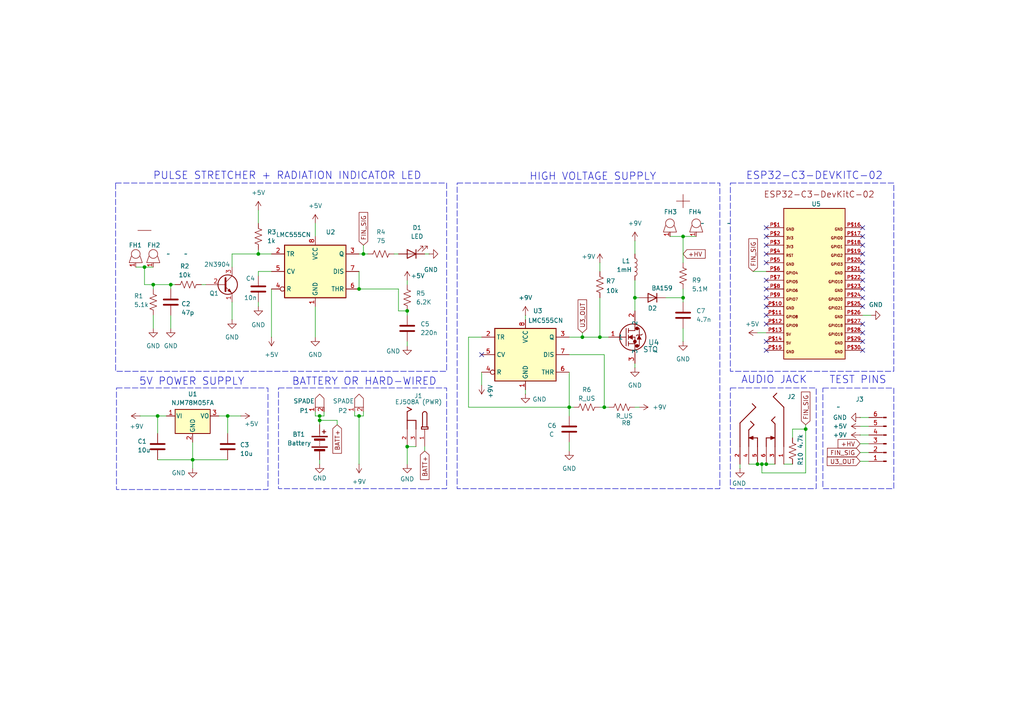
<source format=kicad_sch>
(kicad_sch (version 20231120) (generator "eeschema") (generator_version "8.0")
  (paper "A4")
  (title_block (title "REV-11") (company "Designed By Rhett Applestone") (comment 1 "Project of MIT-NSE"))
  (lib_symbols
    (symbol "0197084013:0197084013"
      (property "Reference" "P" (at 0 0 0))
      (property "Value" "SPADE" (at 0 -4.064 0))
      (symbol "0197084013_0_1"
        (polyline (pts (xy 1.27 -10.16) (xy 1.27 -10.16)))
        (polyline (pts (xy -1.27 -1.27) (xy -1.27 1.27) (xy 0 2.54) (xy 1.27 1.27) (xy 1.27 -1.27) (xy -1.27 -1.27)))
      )
      (symbol "0197084013_1_1"
        (pin unspecified line (at -1.27 -2.54 90) (length 1.27) (name "") (number "1"))
        (pin unspecified line (at 1.27 -2.54 90) (length 1.27) (name "") (number "2"))
      )
    )
    (symbol "54-00298:54-00298" (pin_names (offset 1.016))
      (property "Reference" "J" (at -15.24 8.382 0))
      (property "Value" "54-00298" (at -15.24 -7.62 0))
      (symbol "54-00298_0_0"
        (polyline (pts (xy -15.494 5.588) (xy -14.478 4.572)) (stroke (width 0.254)))
        (polyline (pts (xy -14.478 4.572) (xy -11.43 7.62)) (stroke (width 0.254)))
        (polyline (pts (xy -12.446 -1.524) (xy -11.43 -0.508)) (stroke (width 0.254)))
        (polyline (pts (xy -11.43 -0.508) (xy -6.858 -5.08)) (stroke (width 0.254)))
        (polyline (pts (xy -11.43 7.62) (xy 0 7.62)) (stroke (width 0.254)))
        (polyline (pts (xy -8.636 5.08) (xy -7.62 4.064)) (stroke (width 0.254)))
        (polyline (pts (xy -7.62 4.064) (xy -6.604 5.08)) (stroke (width 0.254)))
        (polyline (pts (xy -7.366 -2.032) (xy -6.35 -1.016)) (stroke (width 0.254)))
        (polyline (pts (xy -6.858 -5.08) (xy 0 -5.08)) (stroke (width 0.254)))
        (polyline (pts (xy -6.604 5.08) (xy -2.54 5.08)) (stroke (width 0.254)))
        (polyline (pts (xy -6.35 -1.016) (xy -4.826 -2.54)) (stroke (width 0.254)))
        (polyline (pts (xy -4.826 -2.54) (xy 0 -2.54)) (stroke (width 0.254)))
        (polyline (pts (xy -2.54 0) (xy -2.54 -2.54)) (stroke (width 0.254)))
        (polyline (pts (xy -2.54 0) (xy 0 0)) (stroke (width 0.254)))
        (polyline (pts (xy -2.54 2.54) (xy -2.54 5.08)) (stroke (width 0.254)))
        (polyline (pts (xy -2.54 2.54) (xy 0 2.54)) (stroke (width 0.254)))
        (polyline (pts (xy -2.54 5.08) (xy 0 5.08)) (stroke (width 0.254)))
        (polyline (pts (xy -2.54 -2.54) (xy -3.048 -1.27) (xy -2.032 -1.27) (xy -2.54 -2.54)) (stroke (width 0.1524)) (fill (type outline)))
        (polyline (pts (xy -2.54 5.08) (xy -2.032 3.81) (xy -3.048 3.81) (xy -2.54 5.08)) (stroke (width 0.1524)) (fill (type outline)))
        (pin passive line (at 5.08 7.62 180) (length 5.08) (name "~") (number "1"))
        (pin passive line (at 5.08 -5.08 180) (length 5.08) (name "~") (number "2"))
        (pin passive line (at 5.08 5.08 180) (length 5.08) (name "~") (number "3"))
        (pin passive line (at 5.08 -2.54 180) (length 5.08) (name "~") (number "4"))
        (pin passive line (at 5.08 0 180) (length 5.08) (name "~") (number "5"))
        (pin passive line (at 5.08 2.54 180) (length 5.08) (name "~") (number "6"))
      )
    )
    (symbol "Connector:Conn_01x06_Pin" (pin_names (offset 1.016) hide)
      (property "Reference" "J" (at 0 7.62 0))
      (property "Value" "Conn_01x06_Pin" (at 0 -10.16 0))
      (symbol "Conn_01x06_Pin_1_1"
        (polyline (pts (xy 1.27 -7.62) (xy 0.8636 -7.62)) (stroke (width 0.1524)))
        (polyline (pts (xy 1.27 -5.08) (xy 0.8636 -5.08)) (stroke (width 0.1524)))
        (polyline (pts (xy 1.27 -2.54) (xy 0.8636 -2.54)) (stroke (width 0.1524)))
        (polyline (pts (xy 1.27 0) (xy 0.8636 0)) (stroke (width 0.1524)))
        (polyline (pts (xy 1.27 2.54) (xy 0.8636 2.54)) (stroke (width 0.1524)))
        (polyline (pts (xy 1.27 5.08) (xy 0.8636 5.08)) (stroke (width 0.1524)))
        (rectangle (start 0.8636 -7.493) (end 0 -7.747) (stroke (width 0.1524)) (fill (type outline)))
        (rectangle (start 0.8636 -4.953) (end 0 -5.207) (stroke (width 0.1524)) (fill (type outline)))
        (rectangle (start 0.8636 -2.413) (end 0 -2.667) (stroke (width 0.1524)) (fill (type outline)))
        (rectangle (start 0.8636 0.127) (end 0 -0.127) (stroke (width 0.1524)) (fill (type outline)))
        (rectangle (start 0.8636 2.667) (end 0 2.413) (stroke (width 0.1524)) (fill (type outline)))
        (rectangle (start 0.8636 5.207) (end 0 4.953) (stroke (width 0.1524)) (fill (type outline)))
        (pin passive line (at 5.08 5.08 180) (length 3.81) (name "Pin_1") (number "1"))
        (pin passive line (at 5.08 2.54 180) (length 3.81) (name "Pin_2") (number "2"))
        (pin passive line (at 5.08 0 180) (length 3.81) (name "Pin_3") (number "3"))
        (pin passive line (at 5.08 -2.54 180) (length 3.81) (name "Pin_4") (number "4"))
        (pin passive line (at 5.08 -5.08 180) (length 3.81) (name "Pin_5") (number "5"))
        (pin passive line (at 5.08 -7.62 180) (length 3.81) (name "Pin_6") (number "6"))
      )
    )
    (symbol "Device:Battery" (pin_numbers hide) (pin_names (offset 0) hide)
      (property "Reference" "BT" (at 2.54 2.54 0))
      (property "Value" "Battery" (at 2.54 0 0))
      (symbol "Battery_0_1"
        (rectangle (start -2.286 -1.27) (end 2.286 -1.524) (fill (type outline)))
        (rectangle (start -2.286 1.778) (end 2.286 1.524) (fill (type outline)))
        (rectangle (start -1.524 -2.032) (end 1.524 -2.54) (fill (type outline)))
        (rectangle (start -1.524 1.016) (end 1.524 0.508) (fill (type outline)))
        (polyline (pts (xy 0 -1.016) (xy 0 -0.762)))
        (polyline (pts (xy 0 -0.508) (xy 0 -0.254)))
        (polyline (pts (xy 0 0) (xy 0 0.254)))
        (polyline (pts (xy 0 1.778) (xy 0 2.54)))
        (polyline (pts (xy 0.762 3.048) (xy 1.778 3.048)) (stroke (width 0.254)))
        (polyline (pts (xy 1.27 3.556) (xy 1.27 2.54)) (stroke (width 0.254)))
      )
      (symbol "Battery_1_1"
        (pin passive line (at 0 5.08 270) (length 2.54) (name "+") (number "1"))
        (pin passive line (at 0 -5.08 90) (length 2.54) (name "-") (number "2"))
      )
    )
    (symbol "Device:C" (pin_numbers hide) (pin_names (offset 0.254))
      (property "Reference" "C" (at 0.635 2.54 0))
      (property "Value" "C" (at 0.635 -2.54 0))
      (symbol "C_0_1"
        (polyline (pts (xy -2.032 -0.762) (xy 2.032 -0.762)) (stroke (width 0.508)))
        (polyline (pts (xy -2.032 0.762) (xy 2.032 0.762)) (stroke (width 0.508)))
      )
      (symbol "C_1_1"
        (pin passive line (at 0 3.81 270) (length 2.794) (name "~") (number "1"))
        (pin passive line (at 0 -3.81 90) (length 2.794) (name "~") (number "2"))
      )
    )
    (symbol "Device:D" (pin_numbers hide) (pin_names (offset 1.016) hide)
      (property "Reference" "D" (at 0 2.54 0))
      (property "Value" "D" (at 0 -2.54 0))
      (symbol "D_0_1"
        (polyline (pts (xy -1.27 1.27) (xy -1.27 -1.27)) (stroke (width 0.254)))
        (polyline (pts (xy 1.27 0) (xy -1.27 0)))
        (polyline (pts (xy 1.27 1.27) (xy 1.27 -1.27) (xy -1.27 0) (xy 1.27 1.27)) (stroke (width 0.254)))
      )
      (symbol "D_1_1"
        (pin passive line (at -3.81 0 0) (length 2.54) (name "K") (number "1"))
        (pin passive line (at 3.81 0 180) (length 2.54) (name "A") (number "2"))
      )
    )
    (symbol "Device:L" (pin_numbers hide) (pin_names (offset 1.016) hide)
      (property "Reference" "L" (at -1.27 0 90))
      (property "Value" "L" (at 1.905 0 90))
      (symbol "L_0_1"
        (arc (start 0 -2.54) (mid 0.6323 -1.905) (end 0 -1.27))
        (arc (start 0 -1.27) (mid 0.6323 -0.635) (end 0 0))
        (arc (start 0 0) (mid 0.6323 0.635) (end 0 1.27))
        (arc (start 0 1.27) (mid 0.6323 1.905) (end 0 2.54))
      )
      (symbol "L_1_1"
        (pin passive line (at 0 3.81 270) (length 1.27) (name "1") (number "1"))
        (pin passive line (at 0 -3.81 90) (length 1.27) (name "2") (number "2"))
      )
    )
    (symbol "Device:LED" (pin_numbers hide) (pin_names (offset 1.016) hide)
      (property "Reference" "D" (at 0 2.54 0))
      (property "Value" "LED" (at 0 -2.54 0))
      (symbol "LED_0_1"
        (polyline (pts (xy -1.27 -1.27) (xy -1.27 1.27)) (stroke (width 0.254)))
        (polyline (pts (xy -1.27 0) (xy 1.27 0)))
        (polyline (pts (xy 1.27 -1.27) (xy 1.27 1.27) (xy -1.27 0) (xy 1.27 -1.27)) (stroke (width 0.254)))
        (polyline (pts (xy -3.048 -0.762) (xy -4.572 -2.286) (xy -3.81 -2.286) (xy -4.572 -2.286) (xy -4.572 -1.524)))
        (polyline (pts (xy -1.778 -0.762) (xy -3.302 -2.286) (xy -2.54 -2.286) (xy -3.302 -2.286) (xy -3.302 -1.524)))
      )
      (symbol "LED_1_1"
        (pin passive line (at -3.81 0 0) (length 2.54) (name "K") (number "1"))
        (pin passive line (at 3.81 0 180) (length 2.54) (name "A") (number "2"))
      )
    )
    (symbol "Device:R_US" (pin_numbers hide) (pin_names (offset 0))
      (property "Reference" "R" (at 2.54 0 90))
      (property "Value" "R_US" (at -2.54 0 90))
      (symbol "R_US_0_1"
        (polyline (pts (xy 0 -2.286) (xy 0 -2.54)))
        (polyline (pts (xy 0 2.286) (xy 0 2.54)))
        (polyline (pts (xy 0 -0.762) (xy 1.016 -1.143) (xy 0 -1.524) (xy -1.016 -1.905) (xy 0 -2.286)))
        (polyline (pts (xy 0 0.762) (xy 1.016 0.381) (xy 0 0) (xy -1.016 -0.381) (xy 0 -0.762)))
        (polyline (pts (xy 0 2.286) (xy 1.016 1.905) (xy 0 1.524) (xy -1.016 1.143) (xy 0 0.762)))
      )
      (symbol "R_US_1_1"
        (pin passive line (at 0 3.81 270) (length 1.27) (name "~") (number "1"))
        (pin passive line (at 0 -3.81 90) (length 1.27) (name "~") (number "2"))
      )
    )
    (symbol "EJ508A:EJ508A" (pin_names (offset 1.016))
      (property "Reference" "J" (at -5.08 5.08 0))
      (property "Value" "EJ508A" (at -5.08 -7.62 0))
      (symbol "EJ508A_0_0"
        (arc (start -5.08 2.54) (mid -4.894 2.091) (end -4.445 1.905) (stroke (width 0.254)))
        (arc (start -4.445 3.175) (mid -4.894 2.989) (end -5.08 2.54) (stroke (width 0.254)))
        (polyline (pts (xy -5.715 -1.27) (xy -6.35 -2.54)) (stroke (width 0.254)))
        (polyline (pts (xy -5.08 -2.54) (xy -5.715 -1.27)) (stroke (width 0.254)))
        (polyline (pts (xy -4.445 1.905) (xy -0.635 1.905)) (stroke (width 0.254)))
        (polyline (pts (xy -2.54 -2.54) (xy -5.08 -2.54)) (stroke (width 0.254)))
        (polyline (pts (xy -2.54 0) (xy -2.54 -2.54)) (stroke (width 0.254)))
        (polyline (pts (xy -0.635 1.5875) (xy -0.635 1.905)) (stroke (width 0.254)))
        (polyline (pts (xy -0.635 1.905) (xy -0.635 3.175)) (stroke (width 0.254)))
        (polyline (pts (xy -0.635 3.175) (xy -4.445 3.175)) (stroke (width 0.254)))
        (polyline (pts (xy -0.635 3.175) (xy -0.635 3.4925)) (stroke (width 0.254)))
        (polyline (pts (xy -0.635 3.4925) (xy 0 3.4925)) (stroke (width 0.254)))
        (polyline (pts (xy 0 -2.54) (xy -2.54 -2.54)) (stroke (width 0.254)))
        (polyline (pts (xy 0 0) (xy -2.54 0)) (stroke (width 0.254)))
        (polyline (pts (xy 0 1.5875) (xy -0.635 1.5875)) (stroke (width 0.254)))
        (polyline (pts (xy 0 3.4925) (xy 0 1.5875)) (stroke (width 0.254)))
        (pin passive line (at 5.08 2.54 180) (length 5.08) (name "~") (number "1"))
        (pin passive line (at 5.08 -2.54 180) (length 5.08) (name "~") (number "2"))
        (pin passive line (at 5.08 0 180) (length 5.08) (name "~") (number "3"))
      )
    )
    (symbol "ESP32-C3-DEVKITC-02:ESP32-C3-DEVKITC-02HOLES" (pin_names (offset 1.016))
      (property "Reference" "U" (at 0 0 0))
      (property "Value" "ESP32-C3-DEVKITC-02HOLES" (at 0 0 0))
      (symbol "ESP32-C3-DEVKITC-02HOLES_0_0"
        (rectangle (start -5.08 33.5311) (end 12.7 -10.16) (stroke (width 0.254)) (fill (type background)))
        (text " 3V3" (at -5.08 22.86 0) (effects (font (size 0.762 0.762)) (justify left top)))
        (text " 3V3" (at -5.08 25.4 0) (effects (font (size 0.762 0.762)) (justify left top)))
        (text " 5V" (at -5.08 -5.08 0) (effects (font (size 0.762 0.762)) (justify left top)))
        (text " 5V" (at -5.08 -2.54 0) (effects (font (size 0.762 0.762)) (justify left top)))
        (text " GND" (at -5.08 -7.62 0) (effects (font (size 0.762 0.762)) (justify left top)))
        (text " GND" (at -5.08 5.08 0) (effects (font (size 0.762 0.762)) (justify left top)))
        (text " GND" (at -5.08 17.78 0) (effects (font (size 0.762 0.762)) (justify left top)))
        (text " GND" (at -5.08 27.94 0) (effects (font (size 0.762 0.762)) (justify left top)))
        (text " GPIO4" (at -5.08 15.24 0) (effects (font (size 0.762 0.762)) (justify left top)))
        (text " GPIO5" (at -5.08 12.7 0) (effects (font (size 0.762 0.762)) (justify left top)))
        (text " GPIO6" (at -5.08 10.16 0) (effects (font (size 0.762 0.762)) (justify left top)))
        (text " GPIO7" (at -5.08 7.62 0) (effects (font (size 0.762 0.762)) (justify left top)))
        (text " GPIO8" (at -5.08 2.54 0) (effects (font (size 0.762 0.762)) (justify left top)))
        (text " GPIO9" (at -5.08 0 0) (effects (font (size 0.762 0.762)) (justify left top)))
        (text " RST" (at -5.08 20.32 0) (effects (font (size 0.762 0.762)) (justify left top)))
        (text "ESP32-C3-DevKitC-02" (at -10.922 36.576 0) (effects (font (size 1.778 1.778)) (justify left bottom)))
        (text "GND " (at 12.7 -7.62 0) (effects (font (size 0.762 0.762)) (justify right top)))
        (text "GND " (at 12.7 -5.08 0) (effects (font (size 0.762 0.762)) (justify right top)))
        (text "GND " (at 12.7 2.54 0) (effects (font (size 0.762 0.762)) (justify right top)))
        (text "GND " (at 12.7 10.16 0) (effects (font (size 0.762 0.762)) (justify right top)))
        (text "GND " (at 12.7 15.24 0) (effects (font (size 0.762 0.762)) (justify right top)))
        (text "GND " (at 12.7 27.94 0) (effects (font (size 0.762 0.762)) (justify right top)))
        (text "GPIO0 " (at 12.7 25.4 0) (effects (font (size 0.762 0.762)) (justify right top)))
        (text "GPIO1 " (at 12.7 22.86 0) (effects (font (size 0.762 0.762)) (justify right top)))
        (text "GPIO10 " (at 12.7 12.7 0) (effects (font (size 0.762 0.762)) (justify right top)))
        (text "GPIO18 " (at 12.7 0 0) (effects (font (size 0.762 0.762)) (justify right top)))
        (text "GPIO19 " (at 12.7 -2.54 0) (effects (font (size 0.762 0.762)) (justify right top)))
        (text "GPIO2 " (at 12.7 20.32 0) (effects (font (size 0.762 0.762)) (justify right top)))
        (text "GPIO20 " (at 12.7 7.62 0) (effects (font (size 0.762 0.762)) (justify right top)))
        (text "GPIO21 " (at 12.7 5.08 0) (effects (font (size 0.762 0.762)) (justify right top)))
        (text "GPIO3 " (at 12.7 17.78 0) (effects (font (size 0.762 0.762)) (justify right top)))
        (pin bidirectional line (at -10.16 27.94 0) (length 5.08) (name "~") (number "P$1"))
        (pin bidirectional line (at -10.16 5.08 0) (length 5.08) (name "~") (number "P$10"))
        (pin bidirectional line (at -10.16 2.54 0) (length 5.08) (name "~") (number "P$11"))
        (pin bidirectional line (at -10.16 0 0) (length 5.08) (name "~") (number "P$12"))
        (pin bidirectional line (at -10.16 -2.54 0) (length 5.08) (name "~") (number "P$13"))
        (pin bidirectional line (at -10.16 -5.08 0) (length 5.08) (name "~") (number "P$14"))
        (pin bidirectional line (at -10.16 -7.62 0) (length 5.08) (name "~") (number "P$15"))
        (pin bidirectional line (at 17.78 27.94 180) (length 5.08) (name "~") (number "P$16"))
        (pin bidirectional line (at 17.78 25.4 180) (length 5.08) (name "~") (number "P$17"))
        (pin bidirectional line (at 17.78 22.86 180) (length 5.08) (name "~") (number "P$18"))
        (pin bidirectional line (at 17.78 20.32 180) (length 5.08) (name "~") (number "P$19"))
        (pin bidirectional line (at -10.16 25.4 0) (length 5.08) (name "~") (number "P$2"))
        (pin bidirectional line (at 17.78 17.78 180) (length 5.08) (name "~") (number "P$20"))
        (pin bidirectional line (at 17.78 15.24 180) (length 5.08) (name "~") (number "P$21"))
        (pin bidirectional line (at 17.78 12.7 180) (length 5.08) (name "~") (number "P$22"))
        (pin bidirectional line (at 17.78 10.16 180) (length 5.08) (name "~") (number "P$23"))
        (pin bidirectional line (at 17.78 7.62 180) (length 5.08) (name "~") (number "P$24"))
        (pin bidirectional line (at 17.78 5.08 180) (length 5.08) (name "~") (number "P$25"))
        (pin bidirectional line (at 17.78 2.54 180) (length 5.08) (name "~") (number "P$26"))
        (pin bidirectional line (at 17.78 0 180) (length 5.08) (name "~") (number "P$27"))
        (pin bidirectional line (at 17.78 -2.54 180) (length 5.08) (name "~") (number "P$28"))
        (pin bidirectional line (at 17.78 -5.08 180) (length 5.08) (name "~") (number "P$29"))
        (pin bidirectional line (at -10.16 22.86 0) (length 5.08) (name "~") (number "P$3"))
        (pin bidirectional line (at 17.78 -7.62 180) (length 5.08) (name "~") (number "P$30"))
        (pin bidirectional line (at -10.16 20.32 0) (length 5.08) (name "~") (number "P$4"))
        (pin bidirectional line (at -10.16 17.78 0) (length 5.08) (name "~") (number "P$5"))
        (pin bidirectional line (at -10.16 15.24 0) (length 5.08) (name "~") (number "P$6"))
        (pin bidirectional line (at -10.16 12.7 0) (length 5.08) (name "~") (number "P$7"))
        (pin bidirectional line (at -10.16 10.16 0) (length 5.08) (name "~") (number "P$8"))
        (pin bidirectional line (at -10.16 7.62 0) (length 5.08) (name "~") (number "P$9"))
      )
    )
    (symbol "REV9-KI:36-3530-ND"
      (property "Reference" "FH" (at 0 0 0))
      (symbol "36-3530-ND_0_1"
        (polyline (pts (xy -1.27 -3.175) (xy -1.905 -5.08) (xy 1.905 -5.08) (xy 1.27 -3.175)))
      )
      (symbol "36-3530-ND_1_1"
        (circle (center 0 -2.54) (radius 1.27))
        (pin unspecified line (at 0 -6.35 90) (length 1.27) (name "") (number "1"))
      )
    )
    (symbol "Regulator_Linear:LM78M05_TO220" (pin_names (offset 0.254))
      (property "Reference" "U" (at -3.81 3.175 0))
      (property "Value" "LM78M05_TO220" (at 0 3.175 0))
      (symbol "LM78M05_TO220_0_1"
        (rectangle (start -5.08 1.905) (end 5.08 -5.08) (stroke (width 0.254)) (fill (type background)))
      )
      (symbol "LM78M05_TO220_1_1"
        (pin power_in line (at -7.62 0 0) (length 2.54) (name "VI") (number "1"))
        (pin power_in line (at 0 -7.62 90) (length 2.54) (name "GND") (number "2"))
        (pin power_out line (at 7.62 0 180) (length 2.54) (name "VO") (number "3"))
      )
    )
    (symbol "STQ1HNK60R_AP:STQ1HNK60R-AP" (pin_names (offset 0.254))
      (property "Reference" "U" (at 11.43 1.905 0))
      (property "Value" "STQ1HNK60R-AP" (at 11.43 -2.54 0))
      (symbol "STQ1HNK60R-AP_1_1"
        (polyline (pts (xy 2.54 0) (xy 5.08 0)) (stroke (width 0.2032)))
        (polyline (pts (xy 5.08 -2.54) (xy 5.08 2.54)) (stroke (width 0.2032)))
        (polyline (pts (xy 5.715 -2.54) (xy 5.715 -1.27)) (stroke (width 0.2032)))
        (polyline (pts (xy 5.715 -1.905) (xy 7.62 -1.905)) (stroke (width 0.2032)))
        (polyline (pts (xy 5.715 -0.635) (xy 5.715 0.635)) (stroke (width 0.2032)))
        (polyline (pts (xy 5.715 1.27) (xy 5.715 2.54)) (stroke (width 0.2032)))
        (polyline (pts (xy 5.715 1.905) (xy 7.62 1.905)) (stroke (width 0.2032)))
        (polyline (pts (xy 6.985 0) (xy 7.62 0)) (stroke (width 0.2032)))
        (polyline (pts (xy 7.62 -5.08) (xy 7.62 0)) (stroke (width 0.2032)))
        (polyline (pts (xy 7.62 -2.54) (xy 8.89 -2.54)) (stroke (width 0.2032)))
        (polyline (pts (xy 7.62 1.905) (xy 7.62 5.08)) (stroke (width 0.2032)))
        (polyline (pts (xy 7.62 2.54) (xy 8.89 2.54)) (stroke (width 0.2032)))
        (polyline (pts (xy 8.255 0.635) (xy 8.001 0.381)) (stroke (width 0.2032)))
        (polyline (pts (xy 8.89 -2.54) (xy 8.89 -0.635)) (stroke (width 0.2032)))
        (polyline (pts (xy 8.89 0.635) (xy 8.89 2.54)) (stroke (width 0.2032)))
        (polyline (pts (xy 9.525 0.635) (xy 8.255 0.635)) (stroke (width 0.2032)))
        (polyline (pts (xy 9.779 0.889) (xy 9.525 0.635)) (stroke (width 0.2032)))
        (polyline (pts (xy 6.985 0.635) (xy 5.715 0) (xy 6.985 -0.635)) (fill (type outline)))
        (polyline (pts (xy 9.525 -0.635) (xy 8.255 -0.635) (xy 8.89 0.635)) (fill (type outline)))
        (circle (center 6.985 0) (radius 3.81) (stroke (width 0.254)))
        (circle (center 7.62 -1.27) (radius 0.0254) (stroke (width 0.508)))
        (circle (center 8.255 -2.54) (radius 0.0254) (stroke (width 0.508)))
        (circle (center 8.255 2.54) (radius 0.0254) (stroke (width 0.508)))
        (pin unspecified line (at 0 0 0) (length 2.54) (name "1") (number "1"))
        (pin unspecified line (at 7.62 7.62 270) (length 2.54) (name "2") (number "2"))
        (pin unspecified line (at 7.62 -7.62 90) (length 2.54) (name "3") (number "3"))
      )
    )
    (symbol "Timer:LMC555xN"
      (property "Reference" "U" (at -10.16 8.89 0))
      (property "Value" "LMC555xN" (at 2.54 8.89 0))
      (symbol "LMC555xN_0_0"
        (pin power_in line (at 0 -10.16 90) (length 2.54) (name "GND") (number "1"))
        (pin power_in line (at 0 10.16 270) (length 2.54) (name "VCC") (number "8"))
      )
      (symbol "LMC555xN_0_1"
        (rectangle (start -8.89 -7.62) (end 8.89 7.62) (stroke (width 0.254)) (fill (type background)))
        (rectangle (start -8.89 -7.62) (end 8.89 7.62) (stroke (width 0.254)) (fill (type background)))
      )
      (symbol "LMC555xN_1_1"
        (pin input line (at -12.7 5.08 0) (length 3.81) (name "TR") (number "2"))
        (pin output line (at 12.7 5.08 180) (length 3.81) (name "Q") (number "3"))
        (pin input inverted (at -12.7 -5.08 0) (length 3.81) (name "R") (number "4"))
        (pin input line (at -12.7 0 0) (length 3.81) (name "CV") (number "5"))
        (pin input line (at 12.7 -5.08 180) (length 3.81) (name "THR") (number "6"))
        (pin input line (at 12.7 0 180) (length 3.81) (name "DIS") (number "7"))
      )
    )
    (symbol "Transistor_BJT:2N3904" (pin_names (offset 0) hide)
      (property "Reference" "Q" (at 5.08 1.905 0))
      (property "Value" "2N3904" (at 5.08 0 0))
      (symbol "2N3904_0_1"
        (polyline (pts (xy 0.635 0.635) (xy 2.54 2.54)))
        (polyline (pts (xy 0.635 -0.635) (xy 2.54 -2.54) (xy 2.54 -2.54)))
        (polyline (pts (xy 0.635 1.905) (xy 0.635 -1.905) (xy 0.635 -1.905)) (stroke (width 0.508)))
        (polyline (pts (xy 1.27 -1.778) (xy 1.778 -1.27) (xy 2.286 -2.286) (xy 1.27 -1.778) (xy 1.27 -1.778)) (fill (type outline)))
        (circle (center 1.27 0) (radius 2.8194) (stroke (width 0.254)))
      )
      (symbol "2N3904_1_1"
        (pin passive line (at 2.54 -5.08 90) (length 2.54) (name "E") (number "1"))
        (pin passive line (at -5.08 0 0) (length 5.715) (name "B") (number "2"))
        (pin passive line (at 2.54 5.08 270) (length 2.54) (name "C") (number "3"))
      )
    )
    (symbol "power:+5V" (power) (pin_numbers hide) (pin_names (offset 0) hide)
      (property "Value" "+5V" (at 0 3.556 0))
      (symbol "+5V_0_1"
        (polyline (pts (xy -0.762 1.27) (xy 0 2.54)))
        (polyline (pts (xy 0 0) (xy 0 2.54)))
        (polyline (pts (xy 0 2.54) (xy 0.762 1.27)))
      )
      (symbol "+5V_1_1"
        (pin power_in line (at 0 0 90) (length 0) (name "~") (number "1"))
      )
    )
    (symbol "power:+9V" (power) (pin_numbers hide) (pin_names (offset 0) hide)
      (property "Value" "+9V" (at 0 3.556 0))
      (symbol "+9V_0_1"
        (polyline (pts (xy -0.762 1.27) (xy 0 2.54)))
        (polyline (pts (xy 0 0) (xy 0 2.54)))
        (polyline (pts (xy 0 2.54) (xy 0.762 1.27)))
      )
      (symbol "+9V_1_1"
        (pin power_in line (at 0 0 90) (length 0) (name "~") (number "1"))
      )
    )
    (symbol "power:GND" (power) (pin_numbers hide) (pin_names (offset 0) hide)
      (property "Value" "GND" (at 0 -3.81 0))
      (symbol "GND_0_1"
        (polyline (pts (xy 0 0) (xy 0 -1.27) (xy 1.27 -1.27) (xy 0 -2.54) (xy -1.27 -1.27) (xy 0 -1.27)))
      )
      (symbol "GND_1_1"
        (pin power_in line (at 0 0 270) (length 0) (name "~") (number "1"))
      )
    )
  )
  (junction (at 184.15 86.36))
  (junction (at 49.53 82.55))
  (junction (at 104.14 120.65))
  (junction (at 104.14 83.82))
  (junction (at 45.72 120.65))
  (junction (at 92.71 121.92))
  (junction (at 233.68 124.46))
  (junction (at 41.91 77.47))
  (junction (at 222.25 134.62))
  (junction (at 105.41 73.66))
  (junction (at 198.12 86.36))
  (junction (at 44.45 82.55))
  (junction (at 175.26 118.11))
  (junction (at 92.71 120.65))
  (junction (at 220.98 134.62))
  (junction (at 165.1 118.11))
  (junction (at 173.99 97.79))
  (junction (at 66.04 120.65))
  (junction (at 118.11 90.17))
  (junction (at 55.88 133.35))
  (junction (at 118.11 129.54))
  (junction (at 198.12 68.58))
  (junction (at 168.91 97.79))
  (junction (at 74.93 73.66))
  (junction (at 219.71 134.62))
  (no_connect (at 222.25 88.9))
  (no_connect (at 250.19 66.04))
  (no_connect (at 222.25 93.98))
  (no_connect (at 222.25 83.82))
  (no_connect (at 139.7 102.87))
  (no_connect (at 250.19 76.2))
  (no_connect (at 250.19 96.52))
  (no_connect (at 250.19 101.6))
  (no_connect (at 250.19 73.66))
  (no_connect (at 250.19 78.74))
  (no_connect (at 222.25 71.12))
  (no_connect (at 222.25 101.6))
  (no_connect (at 250.19 71.12))
  (no_connect (at 222.25 66.04))
  (no_connect (at 250.19 86.36))
  (no_connect (at 222.25 86.36))
  (no_connect (at 250.19 99.06))
  (no_connect (at 222.25 81.28))
  (no_connect (at 250.19 81.28))
  (no_connect (at 250.19 88.9))
  (no_connect (at 222.25 68.58))
  (no_connect (at 222.25 73.66))
  (no_connect (at 250.19 93.98))
  (no_connect (at 250.19 83.82))
  (no_connect (at 222.25 76.2))
  (no_connect (at 222.25 99.06))
  (no_connect (at 222.25 91.44))
  (no_connect (at 250.19 68.58))
  (wire (pts (xy 219.71 96.52) (xy 222.25 96.52)))
  (wire (pts (xy 102.87 120.65) (xy 102.87 119.38)))
  (wire (pts (xy 67.31 87.63) (xy 67.31 92.71)))
  (wire (pts (xy 249.477 121.0935) (xy 252.017 121.0935)))
  (wire (pts (xy 194.31 68.58) (xy 198.12 68.58)))
  (wire (pts (xy 249.477 123.6335) (xy 252.017 123.6335)))
  (wire (pts (xy 173.99 76.2) (xy 173.99 78.74)))
  (wire (pts (xy 39.37 77.47) (xy 41.91 77.47)))
  (wire (pts (xy 249.477 131.2535) (xy 252.017 131.2535)))
  (wire (pts (xy 233.68 123.19) (xy 233.68 124.46)))
  (wire (pts (xy 104.14 73.66) (xy 105.41 73.66)))
  (wire (pts (xy 58.42 82.55) (xy 59.69 82.55)))
  (wire (pts (xy 135.89 118.11) (xy 165.1 118.11)))
  (wire (pts (xy 139.7 97.79) (xy 135.89 97.79)))
  (wire (pts (xy 66.04 120.65) (xy 66.04 125.73)))
  (wire (pts (xy 55.88 128.27) (xy 55.88 133.35)))
  (wire (pts (xy 165.1 118.11) (xy 165.1 120.65)))
  (wire (pts (xy 41.91 77.47) (xy 44.45 77.47)))
  (wire (pts (xy 198.12 68.58) (xy 201.93 68.58)))
  (wire (pts (xy 198.12 95.25) (xy 198.12 99.06)))
  (wire (pts (xy 135.89 97.79) (xy 135.89 118.11)))
  (wire (pts (xy 198.12 83.82) (xy 198.12 86.36)))
  (wire (pts (xy 227.33 134.62) (xy 229.87 134.62)))
  (wire (pts (xy 102.87 120.65) (xy 104.14 120.65)))
  (wire (pts (xy 74.93 88.9) (xy 74.93 87.63)))
  (wire (pts (xy 63.5 120.65) (xy 66.04 120.65)))
  (wire (pts (xy 118.11 81.28) (xy 118.11 82.55)))
  (wire (pts (xy 184.15 118.11) (xy 185.42 118.11)))
  (wire (pts (xy 184.15 81.28) (xy 184.15 86.36)))
  (wire (pts (xy 184.15 86.36) (xy 185.42 86.36)))
  (wire (pts (xy 152.4 114.3) (xy 152.4 113.03)))
  (wire (pts (xy 67.31 73.66) (xy 67.31 77.47)))
  (wire (pts (xy 41.91 82.55) (xy 44.45 82.55)))
  (wire (pts (xy 175.26 118.11) (xy 173.99 118.11)))
  (wire (pts (xy 233.68 124.46) (xy 233.68 137.16)))
  (wire (pts (xy 92.71 120.65) (xy 93.98 120.65)))
  (wire (pts (xy 105.41 71.12) (xy 105.41 73.66)))
  (wire (pts (xy 74.93 73.66) (xy 78.74 73.66)))
  (wire (pts (xy 115.57 90.17) (xy 118.11 90.17)))
  (wire (pts (xy 45.72 120.65) (xy 48.26 120.65)))
  (wire (pts (xy 91.44 88.9) (xy 91.44 97.79)))
  (wire (pts (xy 44.45 82.55) (xy 49.53 82.55)))
  (wire (pts (xy 249.477 128.7135) (xy 252.017 128.7135)))
  (wire (pts (xy 184.15 90.17) (xy 184.15 86.36)))
  (wire (pts (xy 173.99 86.36) (xy 173.99 97.79)))
  (wire (pts (xy 123.19 73.66) (xy 124.46 73.66)))
  (wire (pts (xy 165.1 107.95) (xy 165.1 118.11)))
  (wire (pts (xy 165.1 97.79) (xy 168.91 97.79)))
  (wire (pts (xy 91.44 120.65) (xy 92.71 120.65)))
  (wire (pts (xy 104.14 78.74) (xy 104.14 83.82)))
  (wire (pts (xy 184.15 105.41) (xy 184.15 106.68)))
  (wire (pts (xy 49.53 82.55) (xy 50.8 82.55)))
  (wire (pts (xy 175.26 102.87) (xy 175.26 118.11)))
  (wire (pts (xy 45.72 120.65) (xy 45.72 125.73)))
  (wire (pts (xy 219.71 134.62) (xy 217.17 134.62)))
  (wire (pts (xy 92.71 134.62) (xy 92.71 133.35)))
  (wire (pts (xy 168.91 97.79) (xy 173.99 97.79)))
  (wire (pts (xy 118.11 129.54) (xy 120.65 129.54)))
  (wire (pts (xy 91.44 120.65) (xy 91.44 119.38)))
  (wire (pts (xy 104.14 120.65) (xy 104.14 134.62)))
  (wire (pts (xy 66.04 120.65) (xy 69.85 120.65)))
  (wire (pts (xy 104.14 120.65) (xy 105.41 120.65)))
  (wire (pts (xy 165.1 128.27) (xy 165.1 130.81)))
  (wire (pts (xy 220.98 134.62) (xy 219.71 134.62)))
  (wire (pts (xy 233.68 137.16) (xy 220.98 137.16)))
  (wire (pts (xy 229.87 127) (xy 229.87 124.46)))
  (wire (pts (xy 214.63 135.89) (xy 214.63 134.62)))
  (wire (pts (xy 78.74 97.79) (xy 78.74 83.82)))
  (wire (pts (xy 44.45 91.44) (xy 44.45 95.25)))
  (wire (pts (xy 249.477 126.1735) (xy 252.017 126.1735)))
  (wire (pts (xy 118.11 100.33) (xy 118.11 99.06)))
  (wire (pts (xy 123.19 130.81) (xy 123.19 129.54)))
  (wire (pts (xy 49.53 91.44) (xy 49.53 95.25)))
  (wire (pts (xy 105.41 73.66) (xy 106.68 73.66)))
  (wire (pts (xy 222.25 134.62) (xy 224.79 134.62)))
  (wire (pts (xy 91.44 64.77) (xy 91.44 68.58)))
  (wire (pts (xy 67.31 73.66) (xy 74.93 73.66)))
  (wire (pts (xy 175.26 102.87) (xy 165.1 102.87)))
  (wire (pts (xy 74.93 72.39) (xy 74.93 73.66)))
  (wire (pts (xy 114.3 73.66) (xy 115.57 73.66)))
  (wire (pts (xy 74.93 78.74) (xy 78.74 78.74)))
  (wire (pts (xy 97.79 121.92) (xy 97.79 123.19)))
  (wire (pts (xy 218.44 78.74) (xy 222.25 78.74)))
  (wire (pts (xy 92.71 121.92) (xy 97.79 121.92)))
  (wire (pts (xy 222.25 134.62) (xy 220.98 134.62)))
  (wire (pts (xy 92.71 123.19) (xy 92.71 121.92)))
  (wire (pts (xy 55.88 133.35) (xy 66.04 133.35)))
  (wire (pts (xy 55.88 133.35) (xy 55.88 135.89)))
  (wire (pts (xy 105.41 120.65) (xy 105.41 119.38)))
  (wire (pts (xy 41.91 77.47) (xy 41.91 82.55)))
  (wire (pts (xy 118.11 129.54) (xy 118.11 134.62)))
  (wire (pts (xy 92.71 120.65) (xy 92.71 121.92)))
  (wire (pts (xy 118.11 90.17) (xy 118.11 91.44)))
  (wire (pts (xy 139.7 111.76) (xy 139.7 107.95)))
  (wire (pts (xy 173.99 97.79) (xy 176.53 97.79)))
  (wire (pts (xy 184.15 69.85) (xy 184.15 73.66)))
  (wire (pts (xy 168.91 96.52) (xy 168.91 97.79)))
  (wire (pts (xy 198.12 68.58) (xy 198.12 76.2)))
  (wire (pts (xy 45.72 133.35) (xy 55.88 133.35)))
  (wire (pts (xy 74.93 80.01) (xy 74.93 78.74)))
  (wire (pts (xy 176.53 118.11) (xy 175.26 118.11)))
  (wire (pts (xy 152.4 91.44) (xy 152.4 92.71)))
  (wire (pts (xy 40.64 120.65) (xy 45.72 120.65)))
  (wire (pts (xy 166.37 118.11) (xy 165.1 118.11)))
  (wire (pts (xy 193.04 86.36) (xy 198.12 86.36)))
  (wire (pts (xy 250.19 91.44) (xy 252.73 91.44)))
  (wire (pts (xy 44.45 83.82) (xy 44.45 82.55)))
  (wire (pts (xy 220.98 137.16) (xy 220.98 134.62)))
  (wire (pts (xy 49.53 83.82) (xy 49.53 82.55)))
  (wire (pts (xy 198.12 86.36) (xy 198.12 87.63)))
  (wire (pts (xy 93.98 120.65) (xy 93.98 119.38)))
  (wire (pts (xy 74.93 60.96) (xy 74.93 64.77)))
  (wire (pts (xy 249.477 133.7935) (xy 252.017 133.7935)))
  (wire (pts (xy 229.87 124.46) (xy 233.68 124.46)))
  (wire (pts (xy 104.14 83.82) (xy 115.57 83.82)))
  (wire (pts (xy 115.57 83.82) (xy 115.57 90.17)))
  (rectangle (start 132.588 53.086) (end 208.788 141.732) (stroke (width 0) (type dash)))
  (rectangle (start 211.836 53.086) (end 259.2416 107.696) (stroke (width 0) (type dash)))
  (rectangle (start 238.6715 112.551) (end 259.2455 141.732) (stroke (width 0) (type dash)))
  (rectangle (start 33.528 53.086) (end 129.54 107.696) (stroke (width 0) (type dash)))
  (rectangle (start 80.772 112.522) (end 129.54 141.732) (stroke (width 0) (type dash)))
  (rectangle (start 33.782 112.522) (end 77.724 141.986) (stroke (width 0) (type dash)))
  (rectangle (start 211.836 112.522) (end 236.728 141.732) (stroke (width 0) (type dash)))
  (text "HIGH VOLTAGE SUPPLY" (at 171.958 51.308 0) (effects (font (size 2.159 2.159))))
  (text "_" (at 41.91 64.262 0) (effects (font (size 5.08 5.08))))
  (text "AUDIO JACK" (at 224.536 110.236 0) (effects (font (size 2.159 2.159))))
  (text "TEST PINS" (at 248.8315 110.265 0) (effects (font (size 2.159 2.159))))
  (text "BATTERY OR HARD-WIRED" (at 105.664 110.744 0) (effects (font (size 2.159 2.159))))
  (text "ESP32-C3-DEVKITC-02" (at 236.22 51.054 0) (effects (font (size 2.159 2.159))))
  (text "PULSE STRETCHER + RADIATION INDICATOR LED" (at 83.312 51.054 0) (effects (font (size 2.159 2.159))))
  (text "+" (at 198.12 58.166 0) (effects (font (size 5.08 5.08))))
  (text "5V POWER SUPPLY" (at 55.626 110.744 0) (effects (font (size 2.159 2.159))))
  (global_label "BATT+" (shape input) (at 97.79 123.19 270) (property "Intersheetrefs" "${INTERSHEET_REFS}" (effects (hide yes))))
  (global_label "FIN_SIG" (shape input) (at 249.477 131.2535 180) (property "Intersheetrefs" "${INTERSHEET_REFS}" (effects (hide yes))))
  (global_label "U3_OUT" (shape input) (at 249.477 133.7935 180) (property "Intersheetrefs" "${INTERSHEET_REFS}" (effects (hide yes))))
  (global_label "FIN_SIG" (shape input) (at 233.68 123.19 90) (property "Intersheetrefs" "${INTERSHEET_REFS}" (effects (hide yes))))
  (global_label "U3_OUT" (shape input) (at 168.91 96.52 90) (property "Intersheetrefs" "${INTERSHEET_REFS}" (effects (hide yes))))
  (global_label "FIN_SIG" (shape input) (at 218.44 78.74 90) (property "Intersheetrefs" "${INTERSHEET_REFS}" (effects (hide yes))))
  (global_label "+HV" (shape input) (at 198.12 73.66 0) (property "Intersheetrefs" "${INTERSHEET_REFS}" (effects (hide yes))))
  (global_label "FIN_SIG" (shape input) (at 105.41 71.12 90) (property "Intersheetrefs" "${INTERSHEET_REFS}" (effects (hide yes))))
  (global_label "BATT+" (shape input) (at 123.19 130.81 270) (property "Intersheetrefs" "${INTERSHEET_REFS}" (effects (hide yes))))
  (global_label "+HV" (shape input) (at 249.477 128.7135 180) (property "Intersheetrefs" "${INTERSHEET_REFS}" (effects (hide yes))))
  (symbol (lib_id "power:+9V") (at 104.14 134.62 180) (unit 1)
    (property "Reference" "#PWR013" (effects (hide yes)))
    (property "Value" "+9V" (at 104.14 139.7 0))
    (property "Description" "Power symbol creates a global label with name \"+9V\"" (effects (hide yes)))
  )
  (symbol (lib_id "Device:R_US") (at 54.61 82.55 90) (unit 1)
    (property "Reference" "R2" (at 53.594 77.216 90))
    (property "Value" "10k" (at 53.594 79.756 90))
    (property "Footprint" "THT-SMD:R_SMALL" (effects (hide yes)))
    (property "Description" "Resistor, US symbol" (effects (hide yes)))
  )
  (symbol (lib_id "0197084013:0197084013") (at 104.14 116.84 0) (unit 1)
    (property "Reference" "P2" (at 98.044 119.126 0) (effects (justify left)))
    (property "Value" "SPADE" (at 96.52 116.332 0) (effects (justify left)))
    (property "Footprint" "0197084013:0197084013" (effects (hide yes)))
  )
  (symbol (lib_id "power:+9V") (at 184.15 69.85 0) (unit 1)
    (property "Reference" "#PWR023" (effects (hide yes)))
    (property "Value" "+9V" (at 184.15 64.77 0))
    (property "Description" "Power symbol creates a global label with name \"+9V\"" (effects (hide yes)))
  )
  (symbol (lib_id "Device:R_US") (at 118.11 86.36 0) (unit 1)
    (property "Reference" "R5" (at 120.65 85.0899 0) (effects (justify left)))
    (property "Value" "6.2K" (at 120.65 87.6299 0) (effects (justify left)))
    (property "Footprint" "THT-SMD:R_SMALL" (effects (hide yes)))
    (property "Description" "Resistor, US symbol" (effects (hide yes)))
  )
  (symbol (lib_id "Device:R_US") (at 170.18 118.11 270) (unit 1)
    (property "Reference" "R6" (at 170.18 113.03 90))
    (property "Value" "R_US" (at 170.18 115.57 90))
    (property "Footprint" "THT-SMD:R_SMALL" (effects (hide yes)))
    (property "Description" "Resistor, US symbol" (effects (hide yes)))
  )
  (symbol (lib_id "REV9-KI:36-3530-ND") (at 194.31 62.23 0) (unit 1)
    (property "Reference" "FH3" (at 192.532 61.468 0) (effects (justify left)))
    (property "Value" "~" (at 203.2 64.7672 0) (effects (justify left)))
    (property "Footprint" "36-3530-ND:36-3530-ND" (effects (hide yes)))
  )
  (symbol (lib_id "0197084013:0197084013") (at 92.71 116.84 0) (unit 1)
    (property "Reference" "P1" (at 86.868 119.126 0) (effects (justify left)))
    (property "Value" "SPADE" (at 85.09 116.332 0) (effects (justify left)))
    (property "Footprint" "0197084013:0197084013" (effects (hide yes)))
  )
  (symbol (lib_id "Device:C") (at 49.53 87.63 0) (unit 1)
    (property "Reference" "C2" (at 52.578 88.138 0) (effects (justify left)))
    (property "Value" "47p" (at 52.578 90.678 0) (effects (justify left)))
    (property "Footprint" "THT-SMD:C_THT_SMD" (effects (hide yes)))
    (property "Description" "Unpolarized capacitor" (effects (hide yes)))
  )
  (symbol (lib_id "power:GND") (at 55.88 135.89 0) (unit 1)
    (property "Reference" "#PWR04" (effects (hide yes)))
    (property "Value" "GND" (at 51.816 137.16 0))
    (property "Description" "Power symbol creates a global label with name \"GND\" , ground" (effects (hide yes)))
  )
  (symbol (lib_id "Device:C") (at 118.11 95.25 0) (unit 1)
    (property "Reference" "C5" (at 121.92 93.9799 0) (effects (justify left)))
    (property "Value" "220n" (at 121.92 96.5199 0) (effects (justify left)))
    (property "Footprint" "THT-SMD:C_THT_SMD" (effects (hide yes)))
    (property "Description" "Unpolarized capacitor" (effects (hide yes)))
  )
  (symbol (lib_id "Device:C") (at 74.93 83.82 180) (unit 1)
    (property "Reference" "C4" (at 72.644 80.772 0))
    (property "Value" "10n" (at 72.644 86.36 0))
    (property "Footprint" "THT-SMD:C_THT_SMD" (effects (hide yes)))
    (property "Description" "Unpolarized capacitor" (effects (hide yes)))
  )
  (symbol (lib_id "Transistor_BJT:2N3904") (at 64.77 82.55 0) (unit 1)
    (property "Reference" "Q1" (at 60.706 85.09 0) (effects (justify left)))
    (property "Value" "2N3904" (at 59.182 76.708 0) (effects (justify left)))
    (property "Footprint" "Package_TO_SOT_THT:TO-92_Inline_Wide" (effects (hide yes)))
    (property "Datasheet" "https://www.onsemi.com/pub/Collateral/2N3903-D.PDF" (effects (hide yes)))
    (property "Description" "0.2A Ic, 40V Vce, Small Signal NPN Transistor, TO-92" (effects (hide yes)))
  )
  (symbol (lib_id "power:GND") (at 152.4 114.3 0) (unit 1)
    (property "Reference" "#PWR020" (effects (hide yes)))
    (property "Value" "GND" (at 156.464 115.824 0))
    (property "Description" "Power symbol creates a global label with name \"GND\" , ground" (effects (hide yes)))
  )
  (symbol (lib_id "power:+5V") (at 78.74 97.79 180) (unit 1)
    (property "Reference" "#PWR09" (effects (hide yes)))
    (property "Value" "+5V" (at 78.74 102.87 0))
    (property "Description" "Power symbol creates a global label with name \"+5V\"" (effects (hide yes)))
  )
  (symbol (lib_id "power:GND") (at 91.44 97.79 0) (unit 1)
    (property "Reference" "#PWR011" (effects (hide yes)))
    (property "Value" "GND" (at 91.44 102.87 0))
    (property "Description" "Power symbol creates a global label with name \"GND\" , ground" (effects (hide yes)))
  )
  (symbol (lib_id "power:GND") (at 49.53 95.25 0) (unit 1)
    (property "Reference" "#PWR03" (effects (hide yes)))
    (property "Value" "GND" (at 49.53 100.33 0))
    (property "Description" "Power symbol creates a global label with name \"GND\" , ground" (effects (hide yes)))
  )
  (symbol (lib_id "Device:C") (at 198.12 91.44 0) (unit 1)
    (property "Reference" "C7" (at 201.93 90.1699 0) (effects (justify left)))
    (property "Value" "4.7n" (at 201.93 92.7099 0) (effects (justify left)))
    (property "Footprint" "THT-SMD:CHV" (effects (hide yes)))
    (property "Description" "Unpolarized capacitor" (effects (hide yes)))
  )
  (symbol (lib_id "power:+5V") (at 249.477 123.6335 90) (unit 1)
    (property "Reference" "#PWR030" (effects (hide yes)))
    (property "Value" "+5V" (at 245.667 123.6334 90) (effects (justify left)))
    (property "Description" "Power symbol creates a global label with name \"+5V\"" (effects (hide yes)))
  )
  (symbol (lib_id "Device:D") (at 189.23 86.36 180) (unit 1)
    (property "Reference" "D2" (at 189.23 89.408 0))
    (property "Value" "BA159" (at 192.024 83.566 0))
    (property "Footprint" "Diode_THT:D_DO-41_SOD81_P7.62mm_Horizontal" (effects (hide yes)))
    (property "Description" "Diode" (effects (hide yes)))
    (property "Sim.Device" "D" (effects (hide yes)))
    (property "Sim.Pins" "1=K 2=A" (effects (hide yes)))
  )
  (symbol (lib_id "Timer:LMC555xN") (at 91.44 78.74 0) (unit 1)
    (property "Reference" "U2" (at 94.488 67.31 0) (effects (justify left)))
    (property "Value" "LMC555CN" (at 80.01 68.072 0) (effects (justify left)))
    (property "Footprint" "Package_DIP:DIP-8_W7.62mm" (effects (hide yes)))
    (property "Datasheet" "http://www.ti.com/lit/ds/symlink/lmc555.pdf" (effects (hide yes)))
    (property "Description" "CMOS Timer, 555 compatible, PDIP-8" (effects (hide yes)))
  )
  (symbol (lib_id "Device:R_US") (at 229.87 130.81 180) (unit 1)
    (property "Reference" "R10" (at 232.156 133.096 90))
    (property "Value" "4.7k" (at 232.156 128.016 90))
    (property "Footprint" "THT-SMD:R_SMALL" (effects (hide yes)))
    (property "Description" "Resistor, US symbol" (effects (hide yes)))
  )
  (symbol (lib_id "Regulator_Linear:LM78M05_TO220") (at 55.88 120.65 0) (unit 1)
    (property "Reference" "U1" (at 55.88 114.3 0))
    (property "Value" "NJM78M05FA" (at 55.88 116.84 0))
    (property "Footprint" "Package_TO_SOT_THT:TO-220-3_Vertical" (effects (hide yes)))
    (property "Datasheet" "https://www.onsemi.com/pub/Collateral/MC78M00-D.PDF" (effects (hide yes)))
    (property "Description" "Positive 500mA 35V Linear Regulator, Fixed Output 5V, TO-220" (effects (hide yes)))
  )
  (symbol (lib_id "power:GND") (at 118.11 100.33 0) (unit 1)
    (property "Reference" "#PWR015" (effects (hide yes)))
    (property "Value" "GND" (at 114.046 101.854 0))
    (property "Description" "Power symbol creates a global label with name \"GND\" , ground" (effects (hide yes)))
  )
  (symbol (lib_id "REV9-KI:36-3530-ND") (at 44.45 71.12 0) (unit 1)
    (property "Reference" "FH2" (at 42.672 71.12 0) (effects (justify left)))
    (property "Value" "~" (at 53.34 73.6572 0) (effects (justify left)))
    (property "Footprint" "36-3530-ND:36-3530-ND" (effects (hide yes)))
  )
  (symbol (lib_id "power:+5V") (at 118.11 81.28 0) (unit 1)
    (property "Reference" "#PWR014" (effects (hide yes)))
    (property "Value" "+5V" (at 121.158 80.01 0))
    (property "Description" "Power symbol creates a global label with name \"+5V\"" (effects (hide yes)))
  )
  (symbol (lib_id "Device:R_US") (at 198.12 80.01 180) (unit 1)
    (property "Reference" "R9" (at 200.66 81.28 0) (effects (justify right)))
    (property "Value" "5.1M" (at 200.66 83.82 0) (effects (justify right)))
    (property "Footprint" "THT-SMD:R_SMALL" (effects (hide yes)))
    (property "Description" "Resistor, US symbol" (effects (hide yes)))
  )
  (symbol (lib_id "power:GND") (at 249.477 121.0935 270) (unit 1)
    (property "Reference" "#PWR029" (effects (hide yes)))
    (property "Value" "GND" (at 245.667 121.0934 90) (effects (justify right)))
    (property "Description" "Power symbol creates a global label with name \"GND\" , ground" (effects (hide yes)))
  )
  (symbol (lib_id "power:GND") (at 198.12 99.06 0) (unit 1)
    (property "Reference" "#PWR026" (effects (hide yes)))
    (property "Value" "GND" (at 198.12 104.14 0))
    (property "Description" "Power symbol creates a global label with name \"GND\" , ground" (effects (hide yes)))
  )
  (symbol (lib_id "power:GND") (at 74.93 88.9 0) (unit 1)
    (property "Reference" "#PWR08" (effects (hide yes)))
    (property "Value" "GND" (at 76.962 94.234 0) (effects (justify right)))
    (property "Description" "Power symbol creates a global label with name \"GND\" , ground" (effects (hide yes)))
  )
  (symbol (lib_id "Device:R_US") (at 180.34 118.11 270) (unit 1)
    (property "Reference" "R8" (at 181.61 122.682 90))
    (property "Value" "R_US" (at 181.102 120.65 90))
    (property "Footprint" "THT-SMD:R_SMALL" (effects (hide yes)))
    (property "Description" "Resistor, US symbol" (effects (hide yes)))
  )
  (symbol (lib_id "EJ508A:EJ508A") (at 120.65 124.46 270) (unit 1)
    (property "Reference" "J1" (at 120.142 114.808 90) (effects (justify left)))
    (property "Value" "EJ508A (PWR)" (at 114.554 116.586 90) (effects (justify left)))
    (property "Footprint" "MPD_EJ508A:MPD_EJ508A" (effects (hide yes)))
    (property "PARTREV" "J" (effects (hide yes)))
    (property "STANDARD" "Manufacturer Recommendations" (effects (hide yes)))
    (property "MAXIMUM_PACKAGE_HEIGHT" "10.85 mm" (effects (hide yes)))
    (property "MANUFACTURER" "MPD" (effects (hide yes)))
  )
  (symbol (lib_id "power:GND") (at 252.73 91.44 90) (unit 1)
    (property "Reference" "#PWR032" (effects (hide yes)))
    (property "Value" "GND" (at 251.968 88.392 90) (effects (justify right)))
    (property "Description" "Power symbol creates a global label with name \"GND\" , ground" (effects (hide yes)))
  )
  (symbol (lib_id "power:+9V") (at 249.477 126.1735 90) (unit 1)
    (property "Reference" "#PWR031" (effects (hide yes)))
    (property "Value" "+9V" (at 245.667 126.1734 90) (effects (justify left)))
    (property "Description" "Power symbol creates a global label with name \"+9V\"" (effects (hide yes)))
  )
  (symbol (lib_id "Device:R_US") (at 74.93 68.58 0) (unit 1)
    (property "Reference" "R3" (at 77.47 67.3099 0) (effects (justify left)))
    (property "Value" "1k" (at 77.47 69.8499 0) (effects (justify left)))
    (property "Footprint" "THT-SMD:R_SMALL" (effects (hide yes)))
    (property "Description" "Resistor, US symbol" (effects (hide yes)))
  )
  (symbol (lib_id "54-00298:54-00298") (at 219.71 129.54 270) (unit 1)
    (property "Reference" "J2" (at 228.346 115.062 90) (effects (justify left)))
    (property "Value" "54-00298" (effects (hide yes)))
    (property "Footprint" "54-00298:54-00298" (effects (hide yes)))
    (property "PARTREV" "A" (effects (hide yes)))
    (property "STANDARD" "Manufacturer Recommendations" (effects (hide yes)))
    (property "SNAPEDA_PN" "54-00298" (effects (hide yes)))
    (property "MAXIMUM_PACKAGE_HEIGHT" "4.35mm" (effects (hide yes)))
    (property "MANUFACTURER" "Tensility" (effects (hide yes)))
  )
  (symbol (lib_id "power:+5V") (at 69.85 120.65 270) (unit 1)
    (property "Reference" "#PWR06" (effects (hide yes)))
    (property "Value" "+5V" (at 70.866 122.936 90) (effects (justify left)))
    (property "Description" "Power symbol creates a global label with name \"+5V\"" (effects (hide yes)))
  )
  (symbol (lib_id "Device:L") (at 184.15 77.47 0) (unit 1)
    (property "Reference" "L1" (at 180.34 75.692 0) (effects (justify left)))
    (property "Value" "1mH" (at 178.816 78.232 0) (effects (justify left)))
    (property "Footprint" "Inductor_THT:L_Radial_D8.7mm_P5.00mm_Fastron_07HCP" (effects (hide yes)))
    (property "Description" "Inductor" (effects (hide yes)))
  )
  (symbol (lib_id "power:GND") (at 214.63 135.89 0) (unit 1)
    (property "Reference" "#PWR027" (effects (hide yes)))
    (property "Value" "GND" (at 214.376 140.208 0))
    (property "Description" "Power symbol creates a global label with name \"GND\" , ground" (effects (hide yes)))
  )
  (symbol (lib_id "power:+9V") (at 185.42 118.11 270) (unit 1)
    (property "Reference" "#PWR025" (effects (hide yes)))
    (property "Value" "+9V" (at 189.23 118.1099 90) (effects (justify left)))
    (property "Description" "Power symbol creates a global label with name \"+9V\"" (effects (hide yes)))
  )
  (symbol (lib_id "power:GND") (at 184.15 106.68 0) (unit 1)
    (property "Reference" "#PWR024" (effects (hide yes)))
    (property "Value" "GND" (at 184.15 111.76 0))
    (property "Description" "Power symbol creates a global label with name \"GND\" , ground" (effects (hide yes)))
  )
  (symbol (lib_id "power:+9V") (at 139.7 111.76 180) (unit 1)
    (property "Reference" "#PWR018" (effects (hide yes)))
    (property "Value" "+9V" (at 142.24 111.506 90) (effects (justify left)))
    (property "Description" "Power symbol creates a global label with name \"+9V\"" (effects (hide yes)))
  )
  (symbol (lib_id "power:GND") (at 44.45 95.25 0) (unit 1)
    (property "Reference" "#PWR02" (effects (hide yes)))
    (property "Value" "GND" (at 44.45 100.33 0))
    (property "Description" "Power symbol creates a global label with name \"GND\" , ground" (effects (hide yes)))
  )
  (symbol (lib_id "power:GND") (at 165.1 130.81 0) (unit 1)
    (property "Reference" "#PWR021" (effects (hide yes)))
    (property "Value" "GND" (at 165.1 135.89 0))
    (property "Description" "Power symbol creates a global label with name \"GND\" , ground" (effects (hide yes)))
  )
  (symbol (lib_id "STQ1HNK60R_AP:STQ1HNK60R-AP") (at 176.53 97.79 0) (unit 1)
    (property "Reference" "U4" (at 187.96 99.314 0) (effects (font (size 1.524 1.524)) (justify left)))
    (property "Value" "STQ" (at 186.436 101.346 0) (effects (font (size 1.524 1.524)) (justify left)))
    (property "Footprint" "Package_TO_SOT_THT:TO-92_Inline_Wide" (effects (hide yes)))
    (property "Datasheet" "STQ1HNK60R-AP" (effects (hide yes)))
  )
  (symbol (lib_id "power:GND") (at 118.11 134.62 0) (unit 1)
    (property "Reference" "#PWR016" (effects (hide yes)))
    (property "Value" "GND" (at 118.11 138.938 0))
    (property "Description" "Power symbol creates a global label with name \"GND\" , ground" (effects (hide yes)))
  )
  (symbol (lib_id "power:+9V") (at 152.4 91.44 0) (unit 1)
    (property "Reference" "#PWR019" (effects (hide yes)))
    (property "Value" "+9V" (at 152.4 86.36 0))
    (property "Description" "Power symbol creates a global label with name \"+9V\"" (effects (hide yes)))
  )
  (symbol (lib_id "power:GND") (at 67.31 92.71 0) (unit 1)
    (property "Reference" "#PWR05" (effects (hide yes)))
    (property "Value" "GND" (at 67.31 97.79 0))
    (property "Description" "Power symbol creates a global label with name \"GND\" , ground" (effects (hide yes)))
  )
  (symbol (lib_id "Device:R_US") (at 44.45 87.63 0) (unit 1)
    (property "Reference" "R1" (at 38.862 85.852 0) (effects (justify left)))
    (property "Value" "5.1k" (at 38.862 88.392 0) (effects (justify left)))
    (property "Footprint" "THT-SMD:R_BIG" (effects (hide yes)))
    (property "Description" "Resistor, US symbol" (effects (hide yes)))
  )
  (symbol (lib_id "Device:R_US") (at 110.49 73.66 90) (unit 1)
    (property "Reference" "R4" (at 110.49 67.31 90))
    (property "Value" "75" (at 110.49 69.85 90))
    (property "Footprint" "THT-SMD:R_SMALL" (effects (hide yes)))
    (property "Description" "Resistor, US symbol" (effects (hide yes)))
  )
  (symbol (lib_id "Device:LED") (at 119.38 73.66 180) (unit 1)
    (property "Reference" "D1" (at 120.9675 66.04 0))
    (property "Value" "LED" (at 120.9675 68.58 0))
    (property "Footprint" "LED_THT:LED_D3.0mm" (effects (hide yes)))
    (property "Description" "Light emitting diode" (effects (hide yes)))
  )
  (symbol (lib_id "power:GND") (at 124.46 73.66 90) (unit 1)
    (property "Reference" "#PWR017" (effects (hide yes)))
    (property "Value" "GND" (at 122.936 78.232 90) (effects (justify right)))
    (property "Description" "Power symbol creates a global label with name \"GND\" , ground" (effects (hide yes)))
  )
  (symbol (lib_id "ESP32-C3-DEVKITC-02:ESP32-C3-DEVKITC-02HOLES") (at 232.41 93.98 0) (unit 1)
    (property "Reference" "U5" (at 236.728 59.182 0))
    (property "Value" "ESP32-C3-DEVKITC-02HOLES" (effects (hide yes)))
    (property "Footprint" "ESP32-C3-DevKitC-02:ESP32-C3-DevKitC-02" (effects (hide yes)))
  )
  (symbol (lib_id "REV9-KI:36-3530-ND") (at 201.93 62.23 0) (unit 1)
    (property "Reference" "FH4" (at 199.644 61.468 0) (effects (justify left)))
    (property "Value" "~" (at 210.82 64.7672 0) (effects (justify left)))
    (property "Footprint" "36-3530-ND:36-3530-ND" (effects (hide yes)))
  )
  (symbol (lib_id "Device:C") (at 66.04 129.54 0) (unit 1)
    (property "Reference" "C3" (at 69.596 129.032 0) (effects (justify left)))
    (property "Value" "10u" (at 69.596 131.572 0) (effects (justify left)))
    (property "Footprint" "THT-SMD:C_THT_SMD" (effects (hide yes)))
    (property "Description" "Unpolarized capacitor" (effects (hide yes)))
  )
  (symbol (lib_id "Device:Battery") (at 92.71 128.27 0) (unit 1)
    (property "Reference" "BT1" (at 84.836 125.984 0) (effects (justify left)))
    (property "Value" "Battery" (at 83.312 128.524 0) (effects (justify left)))
    (property "Footprint" "Battery:BatteryHolder_MPD_BA9VPC_1xPP3" (effects (hide yes)))
    (property "Description" "Multiple-cell battery" (effects (hide yes)))
  )
  (symbol (lib_id "Device:C") (at 165.1 124.46 0) (unit 1)
    (property "Reference" "C6" (at 158.75 123.444 0) (effects (justify left)))
    (property "Value" "C" (at 159.258 125.984 0) (effects (justify left)))
    (property "Footprint" "THT-SMD:C_THT_SMD" (effects (hide yes)))
    (property "Description" "Unpolarized capacitor" (effects (hide yes)))
  )
  (symbol (lib_id "power:+9V") (at 173.99 76.2 0) (unit 1)
    (property "Reference" "#PWR022" (effects (hide yes)))
    (property "Value" "+9V" (at 170.688 74.422 0))
    (property "Description" "Power symbol creates a global label with name \"+9V\"" (effects (hide yes)))
  )
  (symbol (lib_id "power:+5V") (at 91.44 64.77 0) (unit 1)
    (property "Reference" "#PWR010" (effects (hide yes)))
    (property "Value" "+5V" (at 91.44 59.69 0))
    (property "Description" "Power symbol creates a global label with name \"+5V\"" (effects (hide yes)))
  )
  (symbol (lib_id "power:GND") (at 92.71 134.62 0) (unit 1)
    (property "Reference" "#PWR012" (effects (hide yes)))
    (property "Value" "GND" (at 92.71 138.684 0))
    (property "Description" "Power symbol creates a global label with name \"GND\" , ground" (effects (hide yes)))
  )
  (symbol (lib_id "REV9-KI:36-3530-ND") (at 39.37 71.12 0) (unit 1)
    (property "Reference" "FH1" (at 37.338 71.12 0) (effects (justify left)))
    (property "Value" "~" (at 48.26 73.6572 0) (effects (justify left)))
    (property "Footprint" "36-3530-ND:36-3530-ND" (effects (hide yes)))
  )
  (symbol (lib_id "Device:R_US") (at 173.99 82.55 0) (unit 1)
    (property "Reference" "R7" (at 175.768 81.534 0) (effects (justify left)))
    (property "Value" "10k" (at 175.768 84.328 0) (effects (justify left)))
    (property "Footprint" "THT-SMD:R_SMALL" (effects (hide yes)))
    (property "Description" "Resistor, US symbol" (effects (hide yes)))
  )
  (symbol (lib_id "Connector:Conn_01x06_Pin") (at 257.097 128.7135 180) (unit 1)
    (property "Reference" "J3" (at 248.158 115.824 0) (effects (justify right)))
    (property "Value" "~" (at 242.619 118.0455 0) (effects (justify right)))
    (property "Footprint" "Connector_PinHeader_2.54mm:PinHeader_1x06_P2.54mm_Vertical" (effects (hide yes)))
    (property "Description" "Generic connector, single row, 01x06, script generated" (effects (hide yes)))
  )
  (symbol (lib_id "power:+5V") (at 219.71 96.52 90) (unit 1)
    (property "Reference" "#PWR028" (effects (hide yes)))
    (property "Value" "+5V" (at 220.218 93.98 90) (effects (justify left)))
    (property "Description" "Power symbol creates a global label with name \"+5V\"" (effects (hide yes)))
  )
  (symbol (lib_id "Device:C") (at 45.72 129.54 0) (unit 1)
    (property "Reference" "C1" (at 39.878 128.016 0) (effects (justify left)))
    (property "Value" "10u" (at 39.878 130.556 0) (effects (justify left)))
    (property "Footprint" "THT-SMD:C_THT_SMD" (effects (hide yes)))
    (property "Description" "Unpolarized capacitor" (effects (hide yes)))
  )
  (symbol (lib_id "Timer:LMC555xN") (at 152.4 102.87 0) (unit 1)
    (property "Reference" "U3" (at 154.5941 90.17 0) (effects (justify left)))
    (property "Value" "LMC555CN" (at 153.162 92.964 0) (effects (justify left)))
    (property "Footprint" "Package_DIP:DIP-8_W7.62mm" (effects (hide yes)))
    (property "Datasheet" "http://www.ti.com/lit/ds/symlink/lmc555.pdf" (effects (hide yes)))
    (property "Description" "CMOS Timer, 555 compatible, PDIP-8" (effects (hide yes)))
  )
  (symbol (lib_id "power:+9V") (at 40.64 120.65 90) (unit 1)
    (property "Reference" "#PWR01" (effects (hide yes)))
    (property "Value" "+9V" (at 41.656 123.698 90) (effects (justify left)))
    (property "Description" "Power symbol creates a global label with name \"+9V\"" (effects (hide yes)))
  )
  (symbol (lib_id "power:+5V") (at 74.93 60.96 0) (unit 1)
    (property "Reference" "#PWR07" (effects (hide yes)))
    (property "Value" "+5V" (at 74.93 55.88 0))
    (property "Description" "Power symbol creates a global label with name \"+5V\"" (effects (hide yes)))
  )
)
</source>
